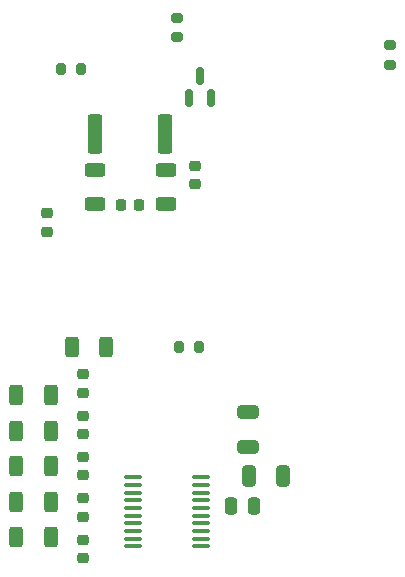
<source format=gbr>
%TF.GenerationSoftware,KiCad,Pcbnew,9.0.3*%
%TF.CreationDate,2025-12-08T06:42:03-06:00*%
%TF.ProjectId,roboboat bms v2,726f626f-626f-4617-9420-626d73207632,rev?*%
%TF.SameCoordinates,Original*%
%TF.FileFunction,Paste,Top*%
%TF.FilePolarity,Positive*%
%FSLAX46Y46*%
G04 Gerber Fmt 4.6, Leading zero omitted, Abs format (unit mm)*
G04 Created by KiCad (PCBNEW 9.0.3) date 2025-12-08 06:42:03*
%MOMM*%
%LPD*%
G01*
G04 APERTURE LIST*
G04 Aperture macros list*
%AMRoundRect*
0 Rectangle with rounded corners*
0 $1 Rounding radius*
0 $2 $3 $4 $5 $6 $7 $8 $9 X,Y pos of 4 corners*
0 Add a 4 corners polygon primitive as box body*
4,1,4,$2,$3,$4,$5,$6,$7,$8,$9,$2,$3,0*
0 Add four circle primitives for the rounded corners*
1,1,$1+$1,$2,$3*
1,1,$1+$1,$4,$5*
1,1,$1+$1,$6,$7*
1,1,$1+$1,$8,$9*
0 Add four rect primitives between the rounded corners*
20,1,$1+$1,$2,$3,$4,$5,0*
20,1,$1+$1,$4,$5,$6,$7,0*
20,1,$1+$1,$6,$7,$8,$9,0*
20,1,$1+$1,$8,$9,$2,$3,0*%
G04 Aperture macros list end*
%ADD10RoundRect,0.225000X0.250000X-0.225000X0.250000X0.225000X-0.250000X0.225000X-0.250000X-0.225000X0*%
%ADD11RoundRect,0.250000X-0.362500X-1.425000X0.362500X-1.425000X0.362500X1.425000X-0.362500X1.425000X0*%
%ADD12RoundRect,0.250000X-0.312500X-0.625000X0.312500X-0.625000X0.312500X0.625000X-0.312500X0.625000X0*%
%ADD13RoundRect,0.200000X-0.200000X-0.275000X0.200000X-0.275000X0.200000X0.275000X-0.200000X0.275000X0*%
%ADD14RoundRect,0.225000X-0.250000X0.225000X-0.250000X-0.225000X0.250000X-0.225000X0.250000X0.225000X0*%
%ADD15RoundRect,0.250000X-0.650000X0.325000X-0.650000X-0.325000X0.650000X-0.325000X0.650000X0.325000X0*%
%ADD16RoundRect,0.250000X-0.250000X-0.475000X0.250000X-0.475000X0.250000X0.475000X-0.250000X0.475000X0*%
%ADD17RoundRect,0.250000X0.325000X0.650000X-0.325000X0.650000X-0.325000X-0.650000X0.325000X-0.650000X0*%
%ADD18RoundRect,0.250000X0.625000X-0.312500X0.625000X0.312500X-0.625000X0.312500X-0.625000X-0.312500X0*%
%ADD19RoundRect,0.100000X0.637500X0.100000X-0.637500X0.100000X-0.637500X-0.100000X0.637500X-0.100000X0*%
%ADD20RoundRect,0.200000X0.275000X-0.200000X0.275000X0.200000X-0.275000X0.200000X-0.275000X-0.200000X0*%
%ADD21RoundRect,0.200000X0.200000X0.275000X-0.200000X0.275000X-0.200000X-0.275000X0.200000X-0.275000X0*%
%ADD22RoundRect,0.200000X-0.275000X0.200000X-0.275000X-0.200000X0.275000X-0.200000X0.275000X0.200000X0*%
%ADD23RoundRect,0.150000X0.150000X-0.587500X0.150000X0.587500X-0.150000X0.587500X-0.150000X-0.587500X0*%
%ADD24RoundRect,0.225000X-0.225000X-0.250000X0.225000X-0.250000X0.225000X0.250000X-0.225000X0.250000X0*%
G04 APERTURE END LIST*
D10*
%TO.C,C3*%
X77500000Y-133275000D03*
X77500000Y-131725000D03*
%TD*%
D11*
%TO.C,Rsns1*%
X69037500Y-129000000D03*
X74962500Y-129000000D03*
%TD*%
D12*
%TO.C,Rc4*%
X62362500Y-160125000D03*
X65287500Y-160125000D03*
%TD*%
%TO.C,Rc2*%
X62362500Y-154125000D03*
X65287500Y-154125000D03*
%TD*%
D13*
%TO.C,R4*%
X66175000Y-123500000D03*
X67825000Y-123500000D03*
%TD*%
D14*
%TO.C,Cc1*%
X68000000Y-149350000D03*
X68000000Y-150900000D03*
%TD*%
D12*
%TO.C,Rc3*%
X62362500Y-157125000D03*
X65287500Y-157125000D03*
%TD*%
D14*
%TO.C,Cc2*%
X68000000Y-152850000D03*
X68000000Y-154400000D03*
%TD*%
D15*
%TO.C,Cf1*%
X82000000Y-152525000D03*
X82000000Y-155475000D03*
%TD*%
D14*
%TO.C,Cc4*%
X68000000Y-159850000D03*
X68000000Y-161400000D03*
%TD*%
D16*
%TO.C,C5*%
X80550000Y-160500000D03*
X82450000Y-160500000D03*
%TD*%
D17*
%TO.C,C6*%
X84975000Y-158000000D03*
X82025000Y-158000000D03*
%TD*%
D18*
%TO.C,R1*%
X69000000Y-134962500D03*
X69000000Y-132037500D03*
%TD*%
D19*
%TO.C,U1*%
X77962500Y-163925000D03*
X77962500Y-163275000D03*
X77962500Y-162625000D03*
X77962500Y-161975000D03*
X77962500Y-161325000D03*
X77962500Y-160675000D03*
X77962500Y-160025000D03*
X77962500Y-159375000D03*
X77962500Y-158725000D03*
X77962500Y-158075000D03*
X72237500Y-158075000D03*
X72237500Y-158725000D03*
X72237500Y-159375000D03*
X72237500Y-160025000D03*
X72237500Y-160675000D03*
X72237500Y-161325000D03*
X72237500Y-161975000D03*
X72237500Y-162625000D03*
X72237500Y-163275000D03*
X72237500Y-163925000D03*
%TD*%
D12*
%TO.C,Rc5*%
X62362500Y-163125000D03*
X65287500Y-163125000D03*
%TD*%
D14*
%TO.C,Cc5*%
X68000000Y-163350000D03*
X68000000Y-164900000D03*
%TD*%
D12*
%TO.C,Rf1*%
X67037500Y-147000000D03*
X69962500Y-147000000D03*
%TD*%
D20*
%TO.C,R3*%
X76000000Y-120825000D03*
X76000000Y-119175000D03*
%TD*%
D21*
%TO.C,R7*%
X77825000Y-147000000D03*
X76175000Y-147000000D03*
%TD*%
D18*
%TO.C,R2*%
X75000000Y-134962500D03*
X75000000Y-132037500D03*
%TD*%
D22*
%TO.C,R5*%
X94000000Y-121500000D03*
X94000000Y-123150000D03*
%TD*%
D10*
%TO.C,C1*%
X65000000Y-137275000D03*
X65000000Y-135725000D03*
%TD*%
D23*
%TO.C,Q3*%
X76987500Y-125937500D03*
X78887500Y-125937500D03*
X77937500Y-124062500D03*
%TD*%
D14*
%TO.C,Cc3*%
X68000000Y-156350000D03*
X68000000Y-157900000D03*
%TD*%
D24*
%TO.C,C2*%
X71225000Y-135000000D03*
X72775000Y-135000000D03*
%TD*%
D12*
%TO.C,Rc1*%
X62362500Y-151125000D03*
X65287500Y-151125000D03*
%TD*%
M02*

</source>
